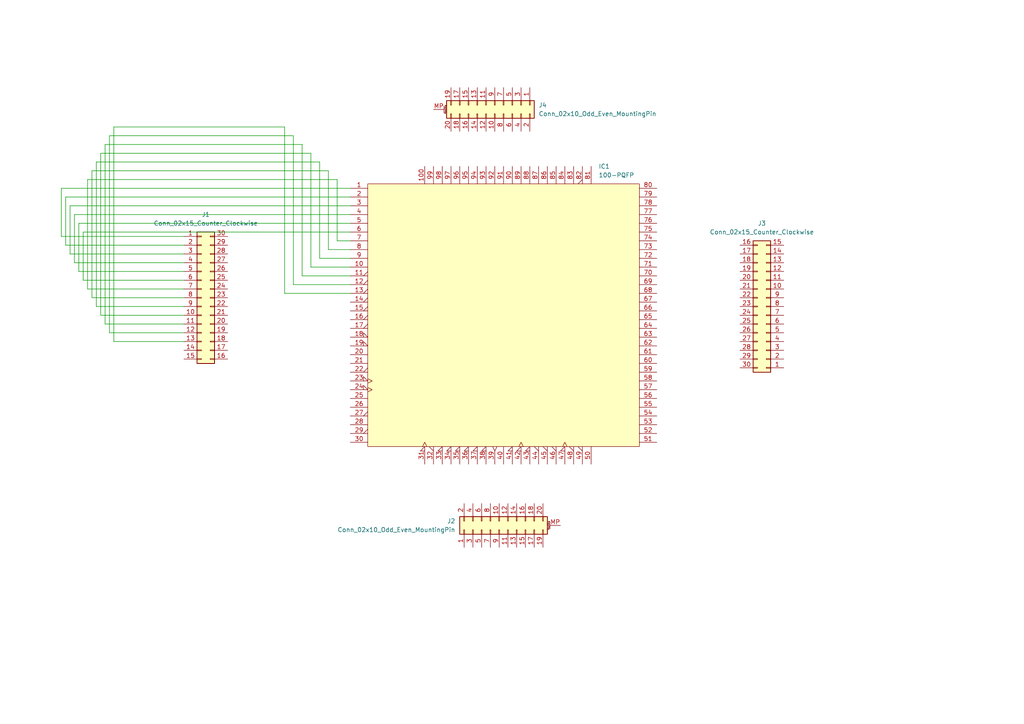
<source format=kicad_sch>
(kicad_sch (version 20250114) (generator "eeschema") (generator_version "9.0")
  (paper "A4")
  (title_block (title "TQFP-100 adapter board") (date "2025-02-25") (rev "1") (company "TMG") (comment 1 "Prototype board series 1"))
  (lib_symbols
    (symbol "Connector_Generic:Conn_02x15_Counter_Clockwise" (pin_names (offset 1.016) (hide yes))
      (property "Reference" "J" (at 1.27 20.32 0))
      (property "Value" "Conn_02x15_Counter_Clockwise" (at 1.27 -20.32 0))
      (symbol "Conn_02x15_Counter_Clockwise_1_1"
        (rectangle (start -1.27 19.05) (end 3.81 -19.05) (stroke (width 0.254)) (fill (type background)))
        (rectangle (start -1.27 17.907) (end 0 17.653) (stroke (width 0.1524)))
        (rectangle (start -1.27 15.367) (end 0 15.113) (stroke (width 0.1524)))
        (rectangle (start -1.27 12.827) (end 0 12.573) (stroke (width 0.1524)))
        (rectangle (start -1.27 10.287) (end 0 10.033) (stroke (width 0.1524)))
        (rectangle (start -1.27 7.747) (end 0 7.493) (stroke (width 0.1524)))
        (rectangle (start -1.27 5.207) (end 0 4.953) (stroke (width 0.1524)))
        (rectangle (start -1.27 2.667) (end 0 2.413) (stroke (width 0.1524)))
        (rectangle (start -1.27 0.127) (end 0 -0.127) (stroke (width 0.1524)))
        (rectangle (start -1.27 -2.413) (end 0 -2.667) (stroke (width 0.1524)))
        (rectangle (start -1.27 -4.953) (end 0 -5.207) (stroke (width 0.1524)))
        (rectangle (start -1.27 -7.493) (end 0 -7.747) (stroke (width 0.1524)))
        (rectangle (start -1.27 -10.033) (end 0 -10.287) (stroke (width 0.1524)))
        (rectangle (start -1.27 -12.573) (end 0 -12.827) (stroke (width 0.1524)))
        (rectangle (start -1.27 -15.113) (end 0 -15.367) (stroke (width 0.1524)))
        (rectangle (start -1.27 -17.653) (end 0 -17.907) (stroke (width 0.1524)))
        (rectangle (start 3.81 17.907) (end 2.54 17.653) (stroke (width 0.1524)))
        (rectangle (start 3.81 15.367) (end 2.54 15.113) (stroke (width 0.1524)))
        (rectangle (start 3.81 12.827) (end 2.54 12.573) (stroke (width 0.1524)))
        (rectangle (start 3.81 10.287) (end 2.54 10.033) (stroke (width 0.1524)))
        (rectangle (start 3.81 7.747) (end 2.54 7.493) (stroke (width 0.1524)))
        (rectangle (start 3.81 5.207) (end 2.54 4.953) (stroke (width 0.1524)))
        (rectangle (start 3.81 2.667) (end 2.54 2.413) (stroke (width 0.1524)))
        (rectangle (start 3.81 0.127) (end 2.54 -0.127) (stroke (width 0.1524)))
        (rectangle (start 3.81 -2.413) (end 2.54 -2.667) (stroke (width 0.1524)))
        (rectangle (start 3.81 -4.953) (end 2.54 -5.207) (stroke (width 0.1524)))
        (rectangle (start 3.81 -7.493) (end 2.54 -7.747) (stroke (width 0.1524)))
        (rectangle (start 3.81 -10.033) (end 2.54 -10.287) (stroke (width 0.1524)))
        (rectangle (start 3.81 -12.573) (end 2.54 -12.827) (stroke (width 0.1524)))
        (rectangle (start 3.81 -15.113) (end 2.54 -15.367) (stroke (width 0.1524)))
        (rectangle (start 3.81 -17.653) (end 2.54 -17.907) (stroke (width 0.1524)))
        (pin passive line (at -5.08 17.78 0) (length 3.81) (name "Pin_1") (number "1"))
        (pin passive line (at -5.08 15.24 0) (length 3.81) (name "Pin_2") (number "2"))
        (pin passive line (at -5.08 12.7 0) (length 3.81) (name "Pin_3") (number "3"))
        (pin passive line (at -5.08 10.16 0) (length 3.81) (name "Pin_4") (number "4"))
        (pin passive line (at -5.08 7.62 0) (length 3.81) (name "Pin_5") (number "5"))
        (pin passive line (at -5.08 5.08 0) (length 3.81) (name "Pin_6") (number "6"))
        (pin passive line (at -5.08 2.54 0) (length 3.81) (name "Pin_7") (number "7"))
        (pin passive line (at -5.08 0 0) (length 3.81) (name "Pin_8") (number "8"))
        (pin passive line (at -5.08 -2.54 0) (length 3.81) (name "Pin_9") (number "9"))
        (pin passive line (at -5.08 -5.08 0) (length 3.81) (name "Pin_10") (number "10"))
        (pin passive line (at -5.08 -7.62 0) (length 3.81) (name "Pin_11") (number "11"))
        (pin passive line (at -5.08 -10.16 0) (length 3.81) (name "Pin_12") (number "12"))
        (pin passive line (at -5.08 -12.7 0) (length 3.81) (name "Pin_13") (number "13"))
        (pin passive line (at -5.08 -15.24 0) (length 3.81) (name "Pin_14") (number "14"))
        (pin passive line (at -5.08 -17.78 0) (length 3.81) (name "Pin_15") (number "15"))
        (pin passive line (at 7.62 17.78 180) (length 3.81) (name "Pin_30") (number "30"))
        (pin passive line (at 7.62 15.24 180) (length 3.81) (name "Pin_29") (number "29"))
        (pin passive line (at 7.62 12.7 180) (length 3.81) (name "Pin_28") (number "28"))
        (pin passive line (at 7.62 10.16 180) (length 3.81) (name "Pin_27") (number "27"))
        (pin passive line (at 7.62 7.62 180) (length 3.81) (name "Pin_26") (number "26"))
        (pin passive line (at 7.62 5.08 180) (length 3.81) (name "Pin_25") (number "25"))
        (pin passive line (at 7.62 2.54 180) (length 3.81) (name "Pin_24") (number "24"))
        (pin passive line (at 7.62 0 180) (length 3.81) (name "Pin_23") (number "23"))
        (pin passive line (at 7.62 -2.54 180) (length 3.81) (name "Pin_22") (number "22"))
        (pin passive line (at 7.62 -5.08 180) (length 3.81) (name "Pin_21") (number "21"))
        (pin passive line (at 7.62 -7.62 180) (length 3.81) (name "Pin_20") (number "20"))
        (pin passive line (at 7.62 -10.16 180) (length 3.81) (name "Pin_19") (number "19"))
        (pin passive line (at 7.62 -12.7 180) (length 3.81) (name "Pin_18") (number "18"))
        (pin passive line (at 7.62 -15.24 180) (length 3.81) (name "Pin_17") (number "17"))
        (pin passive line (at 7.62 -17.78 180) (length 3.81) (name "Pin_16") (number "16"))
      )
    )
    (symbol "Connector_Generic_MountingPin:Conn_02x10_Odd_Even_MountingPin" (pin_names (offset 1.016) (hide yes))
      (property "Reference" "J" (at 1.27 12.7 0))
      (property "Value" "Conn_02x10_Odd_Even_MountingPin" (at 2.54 -15.24 0))
      (symbol "Conn_02x10_Odd_Even_MountingPin_1_1"
        (rectangle (start -1.27 11.43) (end 3.81 -13.97) (stroke (width 0.254)) (fill (type background)))
        (rectangle (start -1.27 10.287) (end 0 10.033) (stroke (width 0.1524)))
        (rectangle (start -1.27 7.747) (end 0 7.493) (stroke (width 0.1524)))
        (rectangle (start -1.27 5.207) (end 0 4.953) (stroke (width 0.1524)))
        (rectangle (start -1.27 2.667) (end 0 2.413) (stroke (width 0.1524)))
        (rectangle (start -1.27 0.127) (end 0 -0.127) (stroke (width 0.1524)))
        (rectangle (start -1.27 -2.413) (end 0 -2.667) (stroke (width 0.1524)))
        (rectangle (start -1.27 -4.953) (end 0 -5.207) (stroke (width 0.1524)))
        (rectangle (start -1.27 -7.493) (end 0 -7.747) (stroke (width 0.1524)))
        (rectangle (start -1.27 -10.033) (end 0 -10.287) (stroke (width 0.1524)))
        (rectangle (start -1.27 -12.573) (end 0 -12.827) (stroke (width 0.1524)))
        (polyline (pts (xy 0.254 -14.732) (xy 2.286 -14.732)) (stroke (width 0.1524)))
        (rectangle (start 3.81 10.287) (end 2.54 10.033) (stroke (width 0.1524)))
        (rectangle (start 3.81 7.747) (end 2.54 7.493) (stroke (width 0.1524)))
        (rectangle (start 3.81 5.207) (end 2.54 4.953) (stroke (width 0.1524)))
        (rectangle (start 3.81 2.667) (end 2.54 2.413) (stroke (width 0.1524)))
        (rectangle (start 3.81 0.127) (end 2.54 -0.127) (stroke (width 0.1524)))
        (rectangle (start 3.81 -2.413) (end 2.54 -2.667) (stroke (width 0.1524)))
        (rectangle (start 3.81 -4.953) (end 2.54 -5.207) (stroke (width 0.1524)))
        (rectangle (start 3.81 -7.493) (end 2.54 -7.747) (stroke (width 0.1524)))
        (rectangle (start 3.81 -10.033) (end 2.54 -10.287) (stroke (width 0.1524)))
        (rectangle (start 3.81 -12.573) (end 2.54 -12.827) (stroke (width 0.1524)))
        (text "Mounting" (at 1.27 -14.351 0) (effects (font (size 0.381 0.381))))
        (pin passive line (at -5.08 10.16 0) (length 3.81) (name "Pin_1") (number "1"))
        (pin passive line (at -5.08 7.62 0) (length 3.81) (name "Pin_3") (number "3"))
        (pin passive line (at -5.08 5.08 0) (length 3.81) (name "Pin_5") (number "5"))
        (pin passive line (at -5.08 2.54 0) (length 3.81) (name "Pin_7") (number "7"))
        (pin passive line (at -5.08 0 0) (length 3.81) (name "Pin_9") (number "9"))
        (pin passive line (at -5.08 -2.54 0) (length 3.81) (name "Pin_11") (number "11"))
        (pin passive line (at -5.08 -5.08 0) (length 3.81) (name "Pin_13") (number "13"))
        (pin passive line (at -5.08 -7.62 0) (length 3.81) (name "Pin_15") (number "15"))
        (pin passive line (at -5.08 -10.16 0) (length 3.81) (name "Pin_17") (number "17"))
        (pin passive line (at -5.08 -12.7 0) (length 3.81) (name "Pin_19") (number "19"))
        (pin passive line (at 1.27 -17.78 90) (length 3.048) (name "MountPin") (number "MP"))
        (pin passive line (at 7.62 10.16 180) (length 3.81) (name "Pin_2") (number "2"))
        (pin passive line (at 7.62 7.62 180) (length 3.81) (name "Pin_4") (number "4"))
        (pin passive line (at 7.62 5.08 180) (length 3.81) (name "Pin_6") (number "6"))
        (pin passive line (at 7.62 2.54 180) (length 3.81) (name "Pin_8") (number "8"))
        (pin passive line (at 7.62 0 180) (length 3.81) (name "Pin_10") (number "10"))
        (pin passive line (at 7.62 -2.54 180) (length 3.81) (name "Pin_12") (number "12"))
        (pin passive line (at 7.62 -5.08 180) (length 3.81) (name "Pin_14") (number "14"))
        (pin passive line (at 7.62 -7.62 180) (length 3.81) (name "Pin_16") (number "16"))
        (pin passive line (at 7.62 -10.16 180) (length 3.81) (name "Pin_18") (number "18"))
        (pin passive line (at 7.62 -12.7 180) (length 3.81) (name "Pin_20") (number "20"))
      )
    )
    (symbol "Z80:Z380-100-PQFP" (pin_names (offset 0.762) (hide yes))
      (property "Reference" "IC" (at 0 2.54 0))
      (property "Value" "Z380-100-PQFP" (at 67.31 2.54 0))
      (symbol "Z380-100-PQFP_0_0"
        (pin tri_state line (at -5.08 -1.27 0) (length 5.08) (name "A05") (number "1"))
        (pin tri_state line (at -5.08 -3.81 0) (length 5.08) (name "A04") (number "2"))
        (pin tri_state line (at -5.08 -6.35 0) (length 5.08) (name "A03") (number "3"))
        (pin tri_state line (at -5.08 -8.89 0) (length 5.08) (name "A02") (number "4"))
        (pin tri_state line (at -5.08 -11.43 0) (length 5.08) (name "A01") (number "5"))
        (pin tri_state line (at -5.08 -13.97 0) (length 5.08) (name "A00") (number "6"))
        (pin power_in line (at -5.08 -16.51 0) (length 5.08) (name "VSS_1") (number "7"))
        (pin power_in line (at -5.08 -19.05 0) (length 5.08) (name "VDD_1") (number "8"))
        (pin power_in line (at -5.08 -21.59 0) (length 5.08) (name "VSS_2") (number "9"))
        (pin power_in line (at -5.08 -24.13 0) (length 5.08) (name "VDD_2") (number "10"))
        (pin tri_state output_low (at -5.08 -26.67 0) (length 5.08) (name "~{TREFR}") (number "11"))
        (pin tri_state output_low (at -5.08 -29.21 0) (length 5.08) (name "~{TREFA}") (number "12"))
        (pin tri_state output_low (at -5.08 -31.75 0) (length 5.08) (name "~{TREFC}") (number "13"))
        (pin tri_state output_low (at -5.08 -34.29 0) (length 5.08) (name "~{BHEN}") (number "14"))
        (pin tri_state output_low (at -5.08 -36.83 0) (length 5.08) (name "~{BLEN}") (number "15"))
        (pin tri_state output_low (at -5.08 -39.37 0) (length 5.08) (name "~{MRD}") (number "16"))
        (pin input output_low (at -5.08 -41.91 0) (length 5.08) (name "~{MWR}") (number "17"))
        (pin input input_low (at -5.08 -44.45 0) (length 5.08) (name "~{MSIZE}") (number "18"))
        (pin input input_low (at -5.08 -46.99 0) (length 5.08) (name "~{WAIT}") (number "19"))
        (pin tri_state line (at -5.08 -49.53 0) (length 5.08) (name "BUSCLK") (number "20"))
        (pin tri_state line (at -5.08 -52.07 0) (length 5.08) (name "IOCLK") (number "21"))
        (pin output output_low (at -5.08 -54.61 0) (length 5.08) (name "~{M1}") (number "22"))
        (pin tri_state clock_low (at -5.08 -57.15 0) (length 5.08) (name "~{IORQ}") (number "23"))
        (pin tri_state clock_low (at -5.08 -59.69 0) (length 5.08) (name "~{IORD}") (number "24"))
        (pin input line (at -5.08 -62.23 0) (length 5.08) (name "CLKI") (number "25"))
        (pin output line (at -5.08 -64.77 0) (length 5.08) (name "CLKO") (number "26"))
        (pin tri_state output_low (at -5.08 -67.31 0) (length 5.08) (name "~{IOWR}") (number "27"))
        (pin power_in line (at -5.08 -69.85 0) (length 5.08) (name "VSS_3") (number "28"))
        (pin tri_state output_low (at -5.08 -72.39 0) (length 5.08) (name "~{UMCS}") (number "29"))
        (pin power_in line (at -5.08 -74.93 0) (length 5.08) (name "VSS_4") (number "30"))
        (pin tri_state line (at 16.51 5.08 270) (length 5.08) (name "A06") (number "100"))
        (pin tri_state clock_low (at 16.51 -81.28 90) (length 5.08) (name "~{INTAK}") (number "31"))
        (pin tri_state line (at 19.05 5.08 270) (length 5.08) (name "A07") (number "99"))
        (pin tri_state output_low (at 19.05 -81.28 90) (length 5.08) (name "~{BACK}") (number "32"))
        (pin tri_state line (at 21.59 5.08 270) (length 5.08) (name "A08") (number "98"))
        (pin input input_low (at 21.59 -81.28 90) (length 5.08) (name "~{BREQ}") (number "33"))
        (pin tri_state line (at 24.13 5.08 270) (length 5.08) (name "A09") (number "97"))
        (pin input input_low (at 24.13 -81.28 90) (length 5.08) (name "~{RESET}") (number "34"))
        (pin tri_state line (at 26.67 5.08 270) (length 5.08) (name "A10") (number "96"))
        (pin input input_low (at 26.67 -81.28 90) (length 5.08) (name "~{INT3}") (number "35"))
        (pin tri_state line (at 29.21 5.08 270) (length 5.08) (name "A11") (number "95"))
        (pin input input_low (at 29.21 -81.28 90) (length 5.08) (name "~{INT2}") (number "36"))
        (pin tri_state line (at 31.75 5.08 270) (length 5.08) (name "A12") (number "94"))
        (pin input input_low (at 31.75 -81.28 90) (length 5.08) (name "~{INT1}") (number "37"))
        (pin tri_state line (at 34.29 5.08 270) (length 5.08) (name "A13") (number "93"))
        (pin input input_low (at 34.29 -81.28 90) (length 5.08) (name "~{INT0}") (number "38"))
        (pin tri_state line (at 36.83 5.08 270) (length 5.08) (name "A14") (number "92"))
        (pin input edge_clock_high (at 36.83 -81.28 90) (length 5.08) (name "~{NMI}") (number "39"))
        (pin tri_state line (at 39.37 5.08 270) (length 5.08) (name "A15") (number "91"))
        (pin input line (at 39.37 -81.28 90) (length 5.08) (name "CLKSEL") (number "40"))
        (pin power_in line (at 41.91 5.08 270) (length 5.08) (name "VDD_8") (number "90"))
        (pin tri_state input_low (at 41.91 -81.28 90) (length 5.08) (name "~{HALT}") (number "41"))
        (pin power_in line (at 44.45 5.08 270) (length 5.08) (name "VSS_8") (number "89"))
        (pin tri_state clock_low (at 44.45 -81.28 90) (length 5.08) (name "~{STNBY}") (number "42"))
        (pin power_in line (at 46.99 5.08 270) (length 5.08) (name "VDD_7") (number "88"))
        (pin input input_low (at 46.99 -81.28 90) (length 5.08) (name "~{EV}") (number "43"))
        (pin tri_state line (at 49.53 5.08 270) (length 5.08) (name "A16") (number "87"))
        (pin tri_state output_low (at 49.53 -81.28 90) (length 5.08) (name "~{UMCS}") (number "44"))
        (pin tri_state line (at 52.07 5.08 270) (length 5.08) (name "A17") (number "86"))
        (pin tri_state output_low (at 52.07 -81.28 90) (length 5.08) (name "~{MCS3}") (number "45"))
        (pin tri_state line (at 54.61 5.08 270) (length 5.08) (name "A18") (number "85"))
        (pin tri_state output_low (at 54.61 -81.28 90) (length 5.08) (name "~{MCS2}") (number "46"))
        (pin tri_state line (at 57.15 5.08 270) (length 5.08) (name "A19") (number "84"))
        (pin tri_state clock_low (at 57.15 -81.28 90) (length 5.08) (name "~{MCS1}") (number "47"))
        (pin tri_state line (at 59.69 5.08 270) (length 5.08) (name "A20") (number "83"))
        (pin tri_state output_low (at 59.69 -81.28 90) (length 5.08) (name "~{MCS0}") (number "48"))
        (pin tri_state output_low (at 62.23 5.08 270) (length 5.08) (name "A21") (number "82"))
        (pin tri_state output_low (at 62.23 -81.28 90) (length 5.08) (name "~{LMCS}") (number "49"))
        (pin tri_state line (at 64.77 5.08 270) (length 5.08) (name "A22") (number "81"))
        (pin power_in line (at 64.77 -81.28 90) (length 5.08) (name "VDD_4") (number "50"))
        (pin tri_state line (at 83.82 -1.27 180) (length 5.08) (name "A23") (number "80"))
        (pin tri_state line (at 83.82 -3.81 180) (length 5.08) (name "A24") (number "79"))
        (pin tri_state line (at 83.82 -6.35 180) (length 5.08) (name "A25") (number "78"))
        (pin tri_state line (at 83.82 -8.89 180) (length 5.08) (name "A26") (number "77"))
        (pin tri_state line (at 83.82 -11.43 180) (length 5.08) (name "A27") (number "76"))
        (pin tri_state line (at 83.82 -13.97 180) (length 5.08) (name "A28") (number "75"))
        (pin tri_state line (at 83.82 -16.51 180) (length 5.08) (name "A29") (number "74"))
        (pin tri_state line (at 83.82 -19.05 180) (length 5.08) (name "A30") (number "73"))
        (pin tri_state line (at 83.82 -21.59 180) (length 5.08) (name "A31") (number "72"))
        (pin power_in line (at 83.82 -24.13 180) (length 5.08) (name "VSS_7") (number "71"))
        (pin power_in line (at 83.82 -26.67 180) (length 5.08) (name "VDD_6") (number "70"))
        (pin power_in line (at 83.82 -29.21 180) (length 5.08) (name "VSS_6") (number "69"))
        (pin tri_state line (at 83.82 -31.75 180) (length 5.08) (name "D00") (number "68"))
        (pin tri_state line (at 83.82 -34.29 180) (length 5.08) (name "D01") (number "67"))
        (pin tri_state line (at 83.82 -36.83 180) (length 5.08) (name "D02") (number "66"))
        (pin tri_state line (at 83.82 -39.37 180) (length 5.08) (name "D03") (number "65"))
        (pin tri_state line (at 83.82 -41.91 180) (length 5.08) (name "D04") (number "64"))
        (pin tri_state line (at 83.82 -44.45 180) (length 5.08) (name "D05") (number "63"))
        (pin tri_state line (at 83.82 -46.99 180) (length 5.08) (name "D06") (number "62"))
        (pin tri_state line (at 83.82 -49.53 180) (length 5.08) (name "D07") (number "61"))
        (pin tri_state line (at 83.82 -52.07 180) (length 5.08) (name "D08") (number "60"))
        (pin tri_state line (at 83.82 -54.61 180) (length 5.08) (name "D09") (number "59"))
        (pin tri_state line (at 83.82 -57.15 180) (length 5.08) (name "D10") (number "58"))
        (pin tri_state line (at 83.82 -59.69 180) (length 5.08) (name "D11") (number "57"))
        (pin tri_state line (at 83.82 -62.23 180) (length 5.08) (name "D12") (number "56"))
        (pin tri_state line (at 83.82 -64.77 180) (length 5.08) (name "D13") (number "55"))
        (pin tri_state line (at 83.82 -67.31 180) (length 5.08) (name "D14") (number "54"))
        (pin tri_state line (at 83.82 -69.85 180) (length 5.08) (name "D15") (number "53"))
        (pin power_out line (at 83.82 -72.39 180) (length 5.08) (name "VDD_5") (number "52"))
        (pin power_in line (at 83.82 -74.93 180) (length 5.08) (name "VSS_5") (number "51"))
      )
      (symbol "Z380-100-PQFP_0_1"
        (rectangle (start 78.74 -76.2) (end 0 0) (fill (type background)))
      )
    )
  )
  (wire (pts (xy 17.78 54.61) (xy 101.6 54.61)))
  (wire (pts (xy 21.59 62.23) (xy 101.6 62.23)))
  (wire (pts (xy 101.6 57.15) (xy 19.05 57.15)))
  (wire (pts (xy 95.25 72.39) (xy 101.6 72.39)))
  (wire (pts (xy 27.94 88.9) (xy 53.34 88.9)))
  (wire (pts (xy 26.67 86.36) (xy 26.67 49.53)))
  (wire (pts (xy 33.02 99.06) (xy 33.02 36.83)))
  (wire (pts (xy 53.34 76.2) (xy 21.59 76.2)))
  (wire (pts (xy 101.6 59.69) (xy 20.32 59.69)))
  (wire (pts (xy 19.05 57.15) (xy 19.05 71.12)))
  (wire (pts (xy 90.17 77.47) (xy 101.6 77.47)))
  (wire (pts (xy 21.59 76.2) (xy 21.59 62.23)))
  (wire (pts (xy 17.78 68.58) (xy 17.78 54.61)))
  (wire (pts (xy 22.86 78.74) (xy 53.34 78.74)))
  (wire (pts (xy 53.34 68.58) (xy 17.78 68.58)))
  (wire (pts (xy 30.48 41.91) (xy 30.48 93.98)))
  (wire (pts (xy 53.34 86.36) (xy 26.67 86.36)))
  (wire (pts (xy 30.48 93.98) (xy 53.34 93.98)))
  (wire (pts (xy 24.13 81.28) (xy 24.13 67.31)))
  (wire (pts (xy 29.21 91.44) (xy 29.21 44.45)))
  (wire (pts (xy 20.32 59.69) (xy 20.32 73.66)))
  (wire (pts (xy 92.71 46.99) (xy 27.94 46.99)))
  (wire (pts (xy 24.13 67.31) (xy 101.6 67.31)))
  (wire (pts (xy 85.09 39.37) (xy 31.75 39.37)))
  (wire (pts (xy 101.6 82.55) (xy 85.09 82.55)))
  (wire (pts (xy 90.17 44.45) (xy 90.17 77.47)))
  (wire (pts (xy 33.02 36.83) (xy 82.55 36.83)))
  (wire (pts (xy 25.4 83.82) (xy 53.34 83.82)))
  (wire (pts (xy 19.05 71.12) (xy 53.34 71.12)))
  (wire (pts (xy 87.63 41.91) (xy 30.48 41.91)))
  (wire (pts (xy 101.6 80.01) (xy 87.63 80.01)))
  (wire (pts (xy 97.79 52.07) (xy 25.4 52.07)))
  (wire (pts (xy 53.34 99.06) (xy 33.02 99.06)))
  (wire (pts (xy 82.55 36.83) (xy 82.55 85.09)))
  (wire (pts (xy 101.6 64.77) (xy 22.86 64.77)))
  (wire (pts (xy 95.25 49.53) (xy 95.25 72.39)))
  (wire (pts (xy 101.6 74.93) (xy 92.71 74.93)))
  (wire (pts (xy 101.6 69.85) (xy 97.79 69.85)))
  (wire (pts (xy 82.55 85.09) (xy 101.6 85.09)))
  (wire (pts (xy 22.86 64.77) (xy 22.86 78.74)))
  (wire (pts (xy 26.67 49.53) (xy 95.25 49.53)))
  (wire (pts (xy 29.21 44.45) (xy 90.17 44.45)))
  (wire (pts (xy 85.09 82.55) (xy 85.09 39.37)))
  (wire (pts (xy 20.32 73.66) (xy 53.34 73.66)))
  (wire (pts (xy 97.79 69.85) (xy 97.79 52.07)))
  (wire (pts (xy 92.71 74.93) (xy 92.71 46.99)))
  (wire (pts (xy 53.34 91.44) (xy 29.21 91.44)))
  (wire (pts (xy 31.75 96.52) (xy 53.34 96.52)))
  (wire (pts (xy 31.75 39.37) (xy 31.75 96.52)))
  (wire (pts (xy 25.4 52.07) (xy 25.4 83.82)))
  (wire (pts (xy 87.63 80.01) (xy 87.63 41.91)))
  (wire (pts (xy 53.34 81.28) (xy 24.13 81.28)))
  (wire (pts (xy 27.94 46.99) (xy 27.94 88.9)))
  (symbol (lib_id "Connector_Generic_MountingPin:Conn_02x10_Odd_Even_MountingPin") (at 143.51 30.48 270) (unit 1)
    (property "Reference" "J4" (at 156.21 30.4799 90) (effects (justify left)))
    (property "Value" "Conn_02x10_Odd_Even_MountingPin" (at 156.21 33.0199 90) (effects (justify left)))
    (property "Footprint" "Connector_PinHeader_1.00mm:PinHeader_2x10_P1.00mm_Vertical" (effects (hide yes)))
    (property "Description" "Generic connectable mounting pin connector, double row, 02x10, odd/even pin numbering scheme (row 1 odd numbers, row 2 even numbers), script generated (kicad-library-utils/schlib/autogen/connector/)" (effects (hide yes)))
  )
  (symbol (lib_id "Connector_Generic_MountingPin:Conn_02x10_Odd_Even_MountingPin") (at 144.78 153.67 90) (unit 1)
    (property "Reference" "J2" (at 132.08 151.1299 90) (effects (justify left)))
    (property "Value" "Conn_02x10_Odd_Even_MountingPin" (at 132.08 153.6699 90) (effects (justify left)))
    (property "Footprint" "Connector_PinHeader_1.00mm:PinHeader_2x10_P1.00mm_Vertical" (effects (hide yes)))
    (property "Description" "Generic connectable mounting pin connector, double row, 02x10, odd/even pin numbering scheme (row 1 odd numbers, row 2 even numbers), script generated (kicad-library-utils/schlib/autogen/connector/)" (effects (hide yes)))
  )
  (symbol (lib_id "Z80:Z380-100-PQFP") (at 106.68 53.34 0) (unit 1)
    (property "Reference" "IC1" (at 173.5933 48.26 0) (effects (justify left)))
    (property "Value" "100-PQFP" (at 173.5933 50.8 0) (effects (justify left)))
    (property "Footprint" "Package_QFP:PQFP-100_14x20mm_P0.65mm" (effects (hide yes)))
    (property "Description" "ZILOG Z380 Microprocessors - MPU 16 BIT Z80 MPU" (effects (hide yes)))
    (property "Height" "2.8" (effects (hide yes)))
    (property "Manufacturer_Name" "Zilog" (effects (hide yes)))
    (property "Manufacturer_Part_Number" "Z8038018FSG" (effects (hide yes)))
  )
  (symbol (lib_id "Connector_Generic:Conn_02x15_Counter_Clockwise") (at 222.25 88.9 180) (unit 1)
    (property "Reference" "J3" (at 220.98 64.77 0))
    (property "Value" "Conn_02x15_Counter_Clockwise" (at 220.98 67.31 0))
    (property "Footprint" "Connector_PinHeader_1.00mm:PinHeader_2x15_P1.00mm_Vertical" (effects (hide yes)))
    (property "Description" "Generic connector, double row, 02x15, counter clockwise pin numbering scheme (similar to DIP package numbering), script generated (kicad-library-utils/schlib/autogen/connector/)" (effects (hide yes)))
  )
  (symbol (lib_id "Connector_Generic:Conn_02x15_Counter_Clockwise") (at 58.42 86.36 0) (unit 1)
    (property "Reference" "J1" (at 59.69 62.23 0))
    (property "Value" "Conn_02x15_Counter_Clockwise" (at 59.69 64.77 0))
    (property "Footprint" "Connector_PinHeader_1.00mm:PinHeader_2x15_P1.00mm_Vertical" (effects (hide yes)))
    (property "Description" "Generic connector, double row, 02x15, counter clockwise pin numbering scheme (similar to DIP package numbering), script generated (kicad-library-utils/schlib/autogen/connector/)" (effects (hide yes)))
  )
)
</source>
